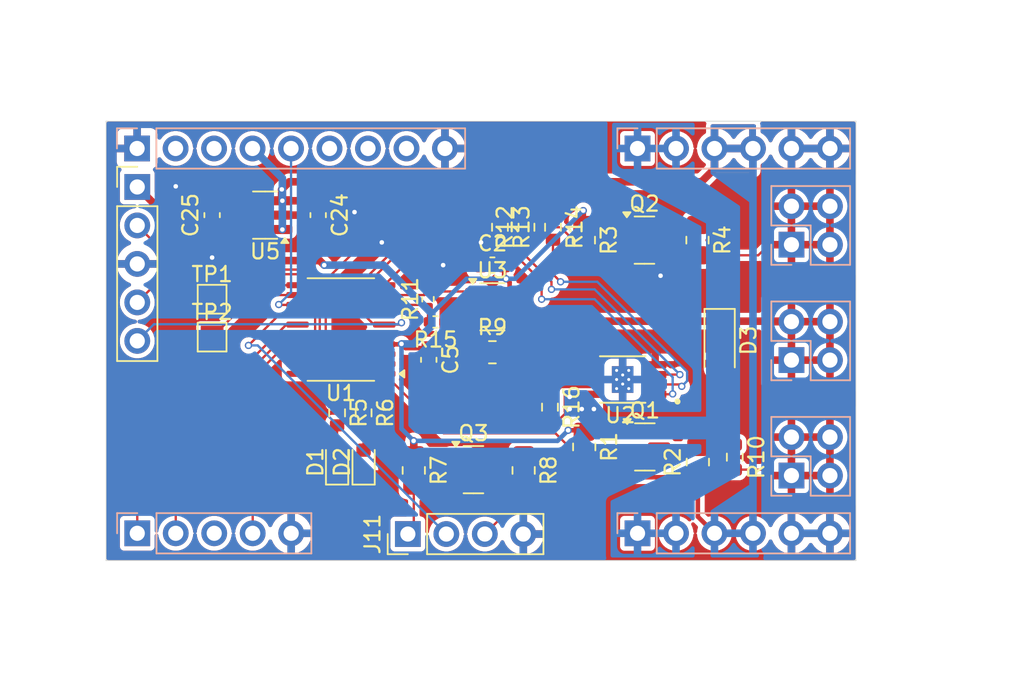
<source format=kicad_pcb>
(kicad_pcb (version 20240108) (generator "pcbnew") (generator_version "8.0")
  (title_block (title "xESC YardForce Rev.4 Adapter") (date "2024-06-02") (rev "1.0") (company "Clemens Elflein, openmower.de") (comment 1 "Creative Commons Attribution-NonCommercial-ShareAlike 4.0 International License.") (comment 2 "Licensed under"))
  (layers (0 "F.Cu" signal) (31 "B.Cu" signal) (34 "B.Paste" user) (35 "F.Paste" user) (36 "B.SilkS" user "B.Silkscreen") (37 "F.SilkS" user "F.Silkscreen") (38 "B.Mask" user) (39 "F.Mask" user) (44 "Edge.Cuts" user))
  (property "git_version" "WIP")
  (net 0 "")
  (net 1 "Net-(D2-A)")
  (net 2 "GND")
  (net 8 "/~{VMS_FAULT}{slash}NRST")
  (net 9 "/SHUTDOWN")
  (net 10 "/UART_RX")
  (net 12 "+3V3")
  (net 13 "+5V")
  (net 15 "/Level Shifter 1/SIGNAL_HV")
  (net 16 "/VMS")
  (net 17 "/SWDIO")
  (net 18 "/SWCLK")
  (net 19 "/UART_TX")
  (net 20 "/SA")
  (net 21 "/BRK")
  (net 22 "Net-(D1-A)")
  (net 23 "/SA_HV")
  (net 24 "/LED_GN")
  (net 25 "/LED_RD")
  (net 26 "/~{RS}")
  (net 27 "/VMC")
  (net 28 "/PROTO_GPIO")
  (net 29 "/PROTO_SIG_LV")
  (net 30 "/BRK_HV")
  (net 31 "VM")
  (net 32 "/CUR_SENSE")
  (net 33 "/PROTO_SIG_HV")
  (net 34 "Net-(U2-~{FAULT})")
  (net 35 "Net-(U2-IN)")
  (net 36 "Net-(U1-PA4)")
  (net 37 "Net-(U1-PA5)")
  (net 38 "/CUR_SENSE_2")
  (net 39 "/VMS_IN")
  (net 40 "/VMS_DIAG_EN")
  (net 41 "Net-(U2-DIAG_EN)")
  (footprint "Connector_PinHeader_2.54mm:PinHeader_1x05_P2.54mm_Vertical" (layer "F.Cu") (at 231.06 108.24)
    (property "Reference" "J3" (hide yes))
    (property "Value" "Conn_01x05_Male")
    (pad "1" thru_hole rect (at 0 0) (size 1.7 1.7) (drill 1) (layers "*.Cu" "*.Mask") (net 12 "+3V3"))
    (pad "2" thru_hole oval (at 0 2.54) (size 1.7 1.7) (drill 1) (layers "*.Cu" "*.Mask") (net 18 "/SWCLK"))
    (pad "3" thru_hole oval (at 0 5.08) (size 1.7 1.7) (drill 1) (layers "*.Cu" "*.Mask") (net 2 "GND"))
    (pad "4" thru_hole oval (at 0 7.62) (size 1.7 1.7) (drill 1) (layers "*.Cu" "*.Mask") (net 17 "/SWDIO"))
    (pad "5" thru_hole oval (at 0 10.16) (size 1.7 1.7) (drill 1) (layers "*.Cu" "*.Mask") (net 8 "/~{VMS_FAULT}{slash}NRST"))
  )
  (footprint "Resistor_SMD:R_0805_2012Metric_Pad1.20x1.40mm_HandSolder" (layer "F.Cu") (at 268.0625 126.4 90)
    (property "Reference" "R2" (at 0 -1.65 -90) (layer "F.SilkS"))
    (property "Value" "1k")
    (pad "1" smd roundrect (at -1 0 90) (size 1.2 1.4) (layers "F.Cu" "F.Paste" "F.Mask") (roundrect_rratio 0.208333) (net 13 "+5V"))
    (pad "2" smd roundrect (at 1 0 90) (size 1.2 1.4) (layers "F.Cu" "F.Paste" "F.Mask") (roundrect_rratio 0.208333) (net 15 "/Level Shifter 1/SIGNAL_HV"))
  )
  (footprint "Resistor_SMD:R_0603_1608Metric" (layer "F.Cu") (at 246 123.15 -90)
    (property "Reference" "R6" (at 0 -1.43 90) (layer "F.SilkS"))
    (property "Value" "1k")
    (pad "1" smd roundrect (at -0.825 0 270) (size 0.8 0.95) (layers "F.Cu" "F.Paste" "F.Mask") (net 25 "/LED_RD"))
    (pad "2" smd roundrect (at 0.825 0 270) (size 0.8 0.95) (layers "F.Cu" "F.Paste" "F.Mask") (net 1 "Net-(D2-A)"))
  )
  (footprint "Capacitor_SMD:C_0603_1608Metric" (layer "F.Cu") (at 250.3 119.65 -90)
    (property "Reference" "C5" (at 0 -1.43 90) (layer "F.SilkS"))
    (property "Value" ".1uF")
    (pad "1" smd roundrect (at -0.775 0 270) (size 0.9 0.95) (layers "F.Cu" "F.Paste" "F.Mask") (net 12 "+3V3"))
    (pad "2" smd roundrect (at 0.775 0 270) (size 0.9 0.95) (layers "F.Cu" "F.Paste" "F.Mask") (net 2 "GND"))
  )
  (footprint "TestPoint:TestPoint_Pad_1.5x1.5mm" (layer "F.Cu") (at 236 115.65)
    (property "Reference" "TP1" (at 0 -1.648 0) (layer "F.SilkS"))
    (property "Value" "UART2_TX")
    (pad "1" smd rect (at 0 0) (size 1.5 1.5) (layers "F.Cu" "F.Mask") (net 36 "Net-(U1-PA4)"))
  )
  (footprint "Resistor_SMD:R_0603_1608Metric" (layer "F.Cu") (at 256.75 110.9 90)
    (property "Reference" "R12" (at 0 -1.43 -90) (layer "F.SilkS"))
    (property "Value" "4k7")
    (pad "1" smd roundrect (at -0.825 0 90) (size 0.8 0.95) (layers "F.Cu" "F.Paste" "F.Mask") (net 34 "Net-(U2-~{FAULT})"))
    (pad "2" smd roundrect (at 0.825 0 90) (size 0.8 0.95) (layers "F.Cu" "F.Paste" "F.Mask") (net 8 "/~{VMS_FAULT}{slash}NRST"))
  )
  (footprint "Capacitor_SMD:C_0603_1608Metric" (layer "F.Cu") (at 254.5 113.4)
    (property "Reference" "C2" (at 0 -1.43 0) (layer "F.SilkS"))
    (property "Value" ".1uF")
    (pad "1" smd roundrect (at -0.775 0) (size 0.9 0.95) (layers "F.Cu" "F.Paste" "F.Mask") (net 2 "GND"))
    (pad "2" smd roundrect (at 0.775 0) (size 0.9 0.95) (layers "F.Cu" "F.Paste" "F.Mask") (net 12 "+3V3"))
  )
  (footprint "Resistor_SMD:R_0603_1608Metric" (layer "F.Cu") (at 258.5 110.9 -90)
    (property "Reference" "R14" (at 0 -1.43 90) (layer "F.SilkS"))
    (property "Value" "4k7")
    (pad "1" smd roundrect (at -0.825 0 270) (size 0.8 0.95) (layers "F.Cu" "F.Paste" "F.Mask") (net 40 "/VMS_DIAG_EN"))
    (pad "2" smd roundrect (at 0.825 0 270) (size 0.8 0.95) (layers "F.Cu" "F.Paste" "F.Mask") (net 41 "Net-(U2-DIAG_EN)"))
  )
  (footprint "Connector_PinHeader_2.54mm:PinHeader_1x04_P2.54mm_Vertical" (layer "F.Cu") (at 248.92 131.15 90)
    (property "Reference" "J11" (at 0 -2.33 -90) (layer "F.SilkS"))
    (property "Value" "Conn_01x04_Pin")
    (pad "1" thru_hole rect (at 0 0 90) (size 1.7 1.7) (drill 1) (layers "*.Cu" "*.Mask") (net 29 "/PROTO_SIG_LV"))
    (pad "2" thru_hole oval (at 0 2.54 90) (size 1.7 1.7) (drill 1) (layers "*.Cu" "*.Mask") (net 28 "/PROTO_GPIO"))
    (pad "3" thru_hole oval (at 0 5.08 90) (size 1.7 1.7) (drill 1) (layers "*.Cu" "*.Mask") (net 33 "/PROTO_SIG_HV"))
    (pad "4" thru_hole oval (at 0 7.62 90) (size 1.7 1.7) (drill 1) (layers "*.Cu" "*.Mask") (net 2 "GND"))
  )
  (footprint "Package_TO_SOT_SMD:SOT-23" (layer "F.Cu") (at 253.25 126.9)
    (property "Reference" "Q3" (at 0 -2.4 0) (layer "F.SilkS"))
    (property "Value" "BSS138")
    (pad "1" smd roundrect (at -0.9375 -0.95) (size 1.475 0.6) (layers "F.Cu" "F.Paste" "F.Mask") (net 12 "+3V3"))
    (pad "2" smd roundrect (at -0.9375 0.95) (size 1.475 0.6) (layers "F.Cu" "F.Paste" "F.Mask") (net 29 "/PROTO_SIG_LV"))
    (pad "3" smd roundrect (at 0.9375 0) (size 1.475 0.6) (layers "F.Cu" "F.Paste" "F.Mask") (net 33 "/PROTO_SIG_HV"))
  )
  (footprint "Resistor_SMD:R_0603_1608Metric" (layer "F.Cu") (at 270.5 126.075 -90)
    (property "Reference" "R10" (at 0 -1.43 90) (layer "F.SilkS"))
    (property "Value" "100")
    (pad "1" smd roundrect (at -0.825 0 270) (size 0.8 0.95) (layers "F.Cu" "F.Paste" "F.Mask") (net 15 "/Level Shifter 1/SIGNAL_HV"))
    (pad "2" smd roundrect (at 0.825 0 270) (size 0.8 0.95) (layers "F.Cu" "F.Paste" "F.Mask") (net 23 "/SA_HV"))
  )
  (footprint "LED_SMD:LED_0603_1608Metric" (layer "F.Cu") (at 246 126.4 90)
    (property "Reference" "D2" (at 0 -1.43 -90) (layer "F.SilkS"))
    (property "Value" "LED RED")
    (pad "1" smd roundrect (at -0.7875 0 90) (size 0.875 0.95) (layers "F.Cu" "F.Paste" "F.Mask") (net 2 "GND"))
    (pad "2" smd roundrect (at 0.7875 0 90) (size 0.875 0.95) (layers "F.Cu" "F.Paste" "F.Mask") (net 1 "Net-(D2-A)"))
  )
  (footprint "Resistor_SMD:R_0805_2012Metric_Pad1.20x1.40mm_HandSolder" (layer "F.Cu") (at 256.5625 126.95 -90)
    (property "Reference" "R8" (at 0 -1.65 90) (layer "F.SilkS"))
    (property "Value" "1k")
    (pad "1" smd roundrect (at -1 0 270) (size 1.2 1.4) (layers "F.Cu" "F.Paste" "F.Mask") (roundrect_rratio 0.208333) (net 13 "+5V"))
    (pad "2" smd roundrect (at 1 0 270) (size 1.2 1.4) (layers "F.Cu" "F.Paste" "F.Mask") (roundrect_rratio 0.208333) (net 33 "/PROTO_SIG_HV"))
  )
  (footprint "Resistor_SMD:R_0805_2012Metric_Pad1.20x1.40mm_HandSolder" (layer "F.Cu") (at 268.0375 111.75 -90)
    (property "Reference" "R4" (at 0 -1.65 90) (layer "F.SilkS"))
    (property "Value" "1k")
    (pad "1" smd roundrect (at -1 0 270) (size 1.2 1.4) (layers "F.Cu" "F.Paste" "F.Mask") (roundrect_rratio 0.208333) (net 13 "+5V"))
    (pad "2" smd roundrect (at 1 0 270) (size 1.2 1.4) (layers "F.Cu" "F.Paste" "F.Mask") (roundrect_rratio 0.208333) (net 30 "/BRK_HV"))
  )
  (footprint "Resistor_SMD:R_0603_1608Metric" (layer "F.Cu") (at 258.3 122.775 -90)
    (property "Reference" "R16" (at 0 -1.43 90) (layer "F.SilkS"))
    (property "Value" "15k")
    (pad "1" smd roundrect (at -0.825 0 270) (size 0.8 0.95) (layers "F.Cu" "F.Paste" "F.Mask") (net 16 "/VMS"))
    (pad "2" smd roundrect (at 0.825 0 270) (size 0.8 0.95) (layers "F.Cu" "F.Paste" "F.Mask") (net 31 "VM"))
  )
  (footprint "TestPoint:TestPoint_Pad_1.5x1.5mm" (layer "F.Cu") (at 236 118.15)
    (property "Reference" "TP2" (at 0 -1.648 0) (layer "F.SilkS"))
    (property "Value" "UART2_RX")
    (pad "1" smd rect (at 0 0) (size 1.5 1.5) (layers "F.Cu" "F.Mask") (net 37 "Net-(U1-PA5)"))
  )
  (footprint "Resistor_SMD:R_0805_2012Metric_Pad1.20x1.40mm_HandSolder" (layer "F.Cu") (at 260.5375 111.75 -90)
    (property "Reference" "R3" (at 0 -1.65 90) (layer "F.SilkS"))
    (property "Value" "1k")
    (pad "1" smd roundrect (at -1 0 270) (size 1.2 1.4) (layers "F.Cu" "F.Paste" "F.Mask") (roundrect_rratio 0.208333) (net 12 "+3V3"))
    (pad "2" smd roundrect (at 1 0 270) (size 1.2 1.4) (layers "F.Cu" "F.Paste" "F.Mask") (roundrect_rratio 0.208333) (net 21 "/BRK"))
  )
  (footprint "LED_SMD:LED_0603_1608Metric" (layer "F.Cu") (at 244.25 126.4 90)
    (property "Reference" "D1" (at 0 -1.43 -90) (layer "F.SilkS"))
    (property "Value" "LED GREEN")
    (pad "1" smd roundrect (at -0.7875 0 90) (size 0.875 0.95) (layers "F.Cu" "F.Paste" "F.Mask") (net 2 "GND"))
    (pad "2" smd roundrect (at 0.7875 0 90) (size 0.875 0.95) (layers "F.Cu" "F.Paste" "F.Mask") (net 22 "Net-(D1-A)"))
  )
  (footprint "Resistor_SMD:R_0402_1005Metric" (layer "F.Cu") (at 250.25 115.65 90)
    (property "Reference" "R11" (at 0 -1.17 90) (layer "F.SilkS"))
    (property "Value" "20k")
    (pad "1" smd roundrect (at -0.51 0 90) (size 0.54 0.64) (layers "F.Cu" "F.Paste" "F.Mask") (net 38 "/CUR_SENSE_2"))
    (pad "2" smd roundrect (at 0.51 0 90) (size 0.54 0.64) (layers "F.Cu" "F.Paste" "F.Mask") (net 32 "/CUR_SENSE"))
  )
  (footprint "Resistor_SMD:R_0805_2012Metric_Pad1.20x1.40mm_HandSolder" (layer "F.Cu") (at 249.3125 126.95 -90)
    (property "Reference" "R7" (at 0 -1.65 90) (layer "F.SilkS"))
    (property "Value" "1k")
    (pad "1" smd roundrect (at -1 0 270) (size 1.2 1.4) (layers "F.Cu" "F.Paste" "F.Mask") (roundrect_rratio 0.208333) (net 12 "+3V3"))
    (pad "2" smd roundrect (at 1 0 270) (size 1.2 1.4) (layers "F.Cu" "F.Paste" "F.Mask") (roundrect_rratio 0.208333) (net 29 "/PROTO_SIG_LV"))
  )
  (footprint "Resistor_SMD:R_0402_1005Metric" (layer "F.Cu") (at 250.75 117.15 180)
    (property "Reference" "R15" (at 0 -1.17 180) (layer "F.SilkS"))
    (property "Value" "20k")
    (pad "1" smd roundrect (at -0.51 0 180) (size 0.54 0.64) (layers "F.Cu" "F.Paste" "F.Mask") (net 2 "GND"))
    (pad "2" smd roundrect (at 0.51 0 180) (size 0.54 0.64) (layers "F.Cu" "F.Paste" "F.Mask") (net 38 "/CUR_SENSE_2"))
  )
  (footprint "Resistor_SMD:R_0603_1608Metric" (layer "F.Cu") (at 244.25 123.15 -90)
    (property "Reference" "R5" (at 0 -1.43 90) (layer "F.SilkS"))
    (property "Value" "1k")
    (pad "1" smd roundrect (at -0.825 0 270) (size 0.8 0.95) (layers "F.Cu" "F.Paste" "F.Mask") (net 24 "/LED_GN"))
    (pad "2" smd roundrect (at 0.825 0 270) (size 0.8 0.95) (layers "F.Cu" "F.Paste" "F.Mask") (net 22 "Net-(D1-A)"))
  )
  (footprint "Resistor_SMD:R_0805_2012Metric_Pad1.20x1.40mm_HandSolder" (layer "F.Cu") (at 260.5625 125.4 -90)
    (property "Reference" "R1" (at 0 -1.65 90) (layer "F.SilkS"))
    (property "Value" "1k")
    (pad "1" smd roundrect (at -1 0 270) (size 1.2 1.4) (layers "F.Cu" "F.Paste" "F.Mask") (roundrect_rratio 0.208333) (net 12 "+3V3"))
    (pad "2" smd roundrect (at 1 0 270) (size 1.2 1.4) (layers "F.Cu" "F.Paste" "F.Mask") (roundrect_rratio 0.208333) (net 20 "/SA"))
  )
  (footprint "Package_TO_SOT_SMD:SOT-23" (layer "F.Cu") (at 264.5375 111.75)
    (property "Reference" "Q2" (at 0 -2.4 0) (layer "F.SilkS"))
    (property "Value" "BSS138")
    (pad "1" smd roundrect (at -0.9375 -0.95) (size 1.475 0.6) (layers "F.Cu" "F.Paste" "F.Mask") (net 12 "+3V3"))
    (pad "2" smd roundrect (at -0.9375 0.95) (size 1.475 0.6) (layers "F.Cu" "F.Paste" "F.Mask") (net 21 "/BRK"))
    (pad "3" smd roundrect (at 0.9375 0) (size 1.475 0.6) (layers "F.Cu" "F.Paste" "F.Mask") (net 30 "/BRK_HV"))
  )
  (footprint "Resistor_SMD:R_0603_1608Metric" (layer "F.Cu") (at 255 110.9 -90)
    (property "Reference" "R13" (at 0 -1.43 90) (layer "F.SilkS"))
    (property "Value" "4k7")
    (pad "1" smd roundrect (at -0.825 0 270) (size 0.8 0.95) (layers "F.Cu" "F.Paste" "F.Mask") (net 39 "/VMS_IN"))
    (pad "2" smd roundrect (at 0.825 0 270) (size 0.8 0.95) (layers "F.Cu" "F.Paste" "F.Mask") (net 35 "Net-(U2-IN)"))
  )
  (footprint "Capacitor_SMD:C_0603_1608Metric" (layer "F.Cu") (at 243 110.1 -90)
    (property "Reference" "C24" (at 0 -1.43 90) (layer "F.SilkS"))
    (property "Value" "4.7uF/16V")
    (pad "1" smd roundrect (at -0.775 0 270) (size 0.9 0.95) (layers "F.Cu" "F.Paste" "F.Mask") (net 13 "+5V"))
    (pad "2" smd roundrect (at 0.775 0 270) (size 0.9 0.95) (layers "F.Cu" "F.Paste" "F.Mask") (net 2 "GND"))
  )
  (footprint "Capacitor_SMD:C_0603_1608Metric" (layer "F.Cu") (at 236 110.1 90)
    (property "Reference" "C25" (at 0 -1.43 -90) (layer "F.SilkS"))
    (property "Value" "4.7uF/16V")
    (pad "1" smd roundrect (at -0.775 0 90) (size 0.9 0.95) (layers "F.Cu" "F.Paste" "F.Mask") (net 12 "+3V3"))
    (pad "2" smd roundrect (at 0.775 0 90) (size 0.9 0.95) (layers "F.Cu" "F.Paste" "F.Mask") (net 2 "GND"))
  )
  (footprint "Package_TO_SOT_SMD:SOT-23" (layer "F.Cu") (at 264.5625 125.4)
    (property "Reference" "Q1" (at 0 -2.4 0) (layer "F.SilkS"))
    (property "Value" "BSS138")
    (pad "1" smd roundrect (at -0.9375 -0.95) (size 1.475 0.6) (layers "F.Cu" "F.Paste" "F.Mask") (net 12 "+3V3"))
    (pad "2" smd roundrect (at -0.9375 0.95) (size 1.475 0.6) (layers "F.Cu" "F.Paste" "F.Mask") (net 20 "/SA"))
    (pad "3" smd roundrect (at 0.9375 0) (size 1.475 0.6) (layers "F.Cu" "F.Paste" "F.Mask") (net 15 "/Level Shifter 1/SIGNAL_HV"))
  )
  (footprint "Resistor_SMD:R_0805_2012Metric_Pad1.20x1.40mm_HandSolder" (layer "F.Cu") (at 254.5 119.15)
    (property "Reference" "R9" (at 0 -1.65 0) (layer "F.SilkS"))
    (property "Value" "82mR")
    (pad "1" smd roundrect (at -1 0) (size 1.2 1.4) (layers "F.Cu" "F.Paste" "F.Mask") (roundrect_rratio 0.208333) (net 16 "/VMS"))
    (pad "2" smd roundrect (at 1 0) (size 1.2 1.4) (layers "F.Cu" "F.Paste" "F.Mask") (roundrect_rratio 0.208333) (net 27 "/VMC"))
  )
  (footprint "Diode_SMD:D_SOD-123F" (layer "F.Cu") (at 269.5 118.5 -90)
    (property "Reference" "D3" (at -0.127 -1.905 -90) (layer "F.SilkS"))
    (property "Value" "S2MW	")
    (pad "1" smd roundrect (at -1.4 0 270) (size 1.1 1.1) (layers "F.Cu" "F.Paste" "F.Mask") (roundrect_rratio 0.2272727273) (net 27 "/VMC"))
    (pad "2" smd roundrect (at 1.4 0 270) (size 1.1 1.1) (layers "F.Cu" "F.Paste" "F.Mask") (roundrect_rratio 0.2272727273) (net 2 "GND"))
  )
  (footprint "TPS1H200AQDGNRQ1.snapeda:SOP65P490X110-9N" (layer "F.Cu") (at 263.1 120.95 180)
    (property "Reference" "U2" (at 0.155 -2.362 180) (layer "F.SilkS"))
    (property "Value" "TPS1H200A-Q1")
    (pad "1" smd roundrect (at -2.15 -0.975 180) (size 1.47 0.48) (layers "F.Cu" "F.Paste" "F.Mask") (roundrect_rratio 0.125) (net 35 "Net-(U2-IN)"))
    (pad "2" smd roundrect (at -2.15 -0.325 180) (size 1.47 0.48) (layers "F.Cu" "F.Paste" "F.Mask") (roundrect_rratio 0.125) (net 41 "Net-(U2-DIAG_EN)"))
    (pad "3" smd roundrect (at -2.15 0.325 180) (size 1.47 0.48) (layers "F.Cu" "F.Paste" "F.Mask") (roundrect_rratio 0.125) (net 34 "Net-(U2-~{FAULT})"))
    (pad "4" smd roundrect (at -2.15 0.975 180) (size 1.47 0.48) (layers "F.Cu" "F.Paste" "F.Mask") (roundrect_rratio 0.125) (net 2 "GND"))
    (pad "5" smd roundrect (at 2.15 0.975 180) (size 1.47 0.48) (layers "F.Cu" "F.Paste" "F.Mask") (roundrect_rratio 0.125))
    (pad "6" smd roundrect (at 2.15 0.325 180) (size 1.47 0.48) (layers "F.Cu" "F.Paste" "F.Mask") (roundrect_rratio 0.125) (net 2 "GND"))
    (pad "7" smd roundrect (at 2.15 -0.325 180) (size 1.47 0.48) (layers "F.Cu" "F.Paste" "F.Mask") (roundrect_rratio 0.125) (net 16 "/VMS"))
    (pad "8" smd roundrect (at 2.15 -0.975 180) (size 1.47 0.48) (layers "F.Cu" "F.Paste" "F.Mask") (roundrect_rratio 0.125) (net 31 "VM"))
    (pad "9" thru_hole circle (at -0.4 -0.6 180) (size 0.3999 0.3999) (drill 0.2) (property pad_prop_heatsink) (layers "*.Cu") (net 2 "GND"))
    (pad "9" thru_hole circle (at -0.4 0 180) (size 0.3999 0.3999) (drill 0.2) (property pad_prop_heatsink) (layers "*.Cu") (net 2 "GND"))
    (pad "9" thru_hole circle (at -0.4 0.6 180) (size 0.3999 0.3999) (drill 0.2) (property pad_prop_heatsink) (layers "*.Cu") (net 2 "GND"))
    (pad "9" thru_hole circle (at 0 -0.3 180) (size 0.3999 0.3999) (drill 0.2) (property pad_prop_heatsink) (layers "*.Cu") (net 2 "GND"))
    (pad "9" smd rect (at 0 0 180) (size 1.425 1.76) (layers "F.Cu" "F.Mask") (net 2 "GND"))
    (pad "9" smd rect (at 0 0 180) (size 1.425 1.76) (property pad_prop_heatsink) (layers "B.Cu") (net 2 "GND"))
    (pad "9" thru_hole circle (at 0 0.3 180) (size 0.3999 0.3999) (drill 0.2) (property pad_prop_heatsink) (layers "*.Cu") (net 2 "GND"))
    (pad "9" thru_hole circle (at 0.4 -0.6 180) (size 0.3999 0.3999) (drill 0.2) (property pad_prop_heatsink) (layers "*.Cu") (net 2 "GND"))
    (pad "9" thru_hole circle (at 0.4 0 180) (size 0.3999 0.3999) (drill 0.2) (property pad_prop_heatsink) (layers "*.Cu") (net 2 "GND"))
    (pad "9" thru_hole circle (at 0.4 0.6 180) (size 0.3999 0.3999) (drill 0.2) (property pad_prop_heatsink) (layers "*.Cu") (net 2 "GND"))
  )
  (footprint "Package_SO:TSSOP-20_4.4x6.5mm_P0.65mm" (layer "F.Cu") (at 244.5 117.65 180)
    (property "Reference" "U1" (at 0 -4.2 180) (layer "F.SilkS"))
    (property "Value" "STM32C011F6Px")
    (pad "1" smd roundrect (at -2.8625 -2.925 180) (size 1.475 0.4) (layers "F.Cu" "F.Paste" "F.Mask") (net 20 "/SA"))
    (pad "2" smd roundrect (at -2.8625 -2.275 180) (size 1.475 0.4) (layers "F.Cu" "F.Paste" "F.Mask") (net 25 "/LED_RD"))
    (pad "3" smd roundrect (at -2.8625 -1.625 180) (size 1.475 0.4) (layers "F.Cu" "F.Paste" "F.Mask") (net 24 "/LED_GN"))
    (pad "4" smd roundrect (at -2.8625 -0.975 180) (size 1.475 0.4) (layers "F.Cu" "F.Paste" "F.Mask") (net 12 "+3V3"))
    (pad "5" smd roundrect (at -2.8625 -0.325 180) (size 1.475 0.4) (layers "F.Cu" "F.Paste" "F.Mask") (net 2 "GND"))
    (pad "6" smd roundrect (at -2.8625 0.325 180) (size 1.475 0.4) (layers "F.Cu" "F.Paste" "F.Mask") (net 8 "/~{VMS_FAULT}{slash}NRST"))
    (pad "7" smd roundrect (at -2.8625 0.975 180) (size 1.475 0.4) (layers "F.Cu" "F.Paste" "F.Mask") (net 39 "/VMS_IN"))
    (pad "8" smd roundrect (at -2.8625 1.625 180) (size 1.475 0.4) (layers "F.Cu" "F.Paste" "F.Mask") (net 38 "/CUR_SENSE_2"))
    (pad "9" smd roundrect (at -2.8625 2.275 180) (size 1.475 0.4) (layers "F.Cu" "F.Paste" "F.Mask") (net 32 "/CUR_SENSE"))
    (pad "10" smd roundrect (at -2.8625 2.925 180) (size 1.475 0.4) (layers "F.Cu" "F.Paste" "F.Mask") (net 21 "/BRK"))
    (pad "11" smd roundrect (at 2.8625 2.925 180) (size 1.475 0.4) (layers "F.Cu" "F.Paste" "F.Mask") (net 36 "Net-(U1-PA4)"))
    (pad "12" smd roundrect (at 2.8625 2.275 180) (size 1.475 0.4) (layers "F.Cu" "F.Paste" "F.Mask") (net 37 "Net-(U1-PA5)"))
    (pad "13" smd roundrect (at 2.8625 1.625 180) (size 1.475 0.4) (layers "F.Cu" "F.Paste" "F.Mask") (net 26 "/~{RS}"))
    (pad "14" smd roundrect (at 2.8625 0.975 180) (size 1.475 0.4) (layers "F.Cu" "F.Paste" "F.Mask") (net 28 "/PROTO_GPIO"))
    (pad "15" smd roundrect (at 2.8625 0.325 180) (size 1.475 0.4) (layers "F.Cu" "F.Paste" "F.Mask") (net 9 "/SHUTDOWN"))
    (pad "16" smd roundrect (at 2.8625 -0.325 180) (size 1.475 0.4) (layers "F.Cu" "F.Paste" "F.Mask") (net 19 "/UART_TX"))
    (pad "17" smd roundrect (at 2.8625 -0.975 180) (size 1.475 0.4) (layers "F.Cu" "F.Paste" "F.Mask") (net 10 "/UART_RX"))
    (pad "18" smd roundrect (at 2.8625 -1.625 180) (size 1.475 0.4) (layers "F.Cu" "F.Paste" "F.Mask") (net 17 "/SWDIO"))
    (pad "19" smd roundrect (at 2.8625 -2.275 180) (size 1.475 0.4) (layers "F.Cu" "F.Paste" "F.Mask") (net 18 "/SWCLK"))
    (pad "20" smd roundrect (at 2.8625 -2.925 180) (size 1.475 0.4) (layers "F.Cu" "F.Paste" "F.Mask") (net 40 "/VMS_DIAG_EN"))
  )
  (footprint "Package_TO_SOT_SMD:SOT-23-5" (layer "F.Cu") (at 239.5 110.1 180)
    (property "Reference" "U5" (at 0 -2.4 180) (layer "F.SilkS"))
    (property "Value" "XC6220B331MR")
    (pad "1" smd roundrect (at -1.1375 -0.95 180) (size 1.325 0.6) (layers "F.Cu" "F.Paste" "F.Mask") (net 13 "+5V"))
    (pad "2" smd roundrect (at -1.1375 0 180) (size 1.325 0.6) (layers "F.Cu" "F.Paste" "F.Mask") (net 2 "GND"))
    (pad "3" smd roundrect (at -1.1375 0.95 180) (size 1.325 0.6) (layers "F.Cu" "F.Paste" "F.Mask") (net 13 "+5V"))
    (pad "4" smd roundrect (at 1.1375 0.95 180) (size 1.325 0.6) (layers "F.Cu" "F.Paste" "F.Mask"))
    (pad "5" smd roundrect (at 1.1375 -0.95 180) (size 1.325 0.6) (layers "F.Cu" "F.Paste" "F.Mask") (net 12 "+3V3"))
  )
  (footprint "Package_TO_SOT_SMD:SOT-23-5" (layer "F.Cu") (at 254.5 116.15)
    (property "Reference" "U3" (at 0 -2.4 0) (layer "F.SilkS"))
    (property "Value" "INA139NA" (hide yes))
    (pad "1" smd roundrect (at -1.1375 -0.95) (size 1.325 0.6) (layers "F.Cu" "F.Paste" "F.Mask") (net 32 "/CUR_SENSE"))
    (pad "2" smd roundrect (at -1.1375 0) (size 1.325 0.6) (layers "F.Cu" "F.Paste" "F.Mask") (net 2 "GND"))
    (pad "3" smd roundrect (at -1.1375 0.95) (size 1.325 0.6) (layers "F.Cu" "F.Paste" "F.Mask") (net 16 "/VMS"))
    (pad "4" smd roundrect (at 1.1375 0.95) (size 1.325 0.6) (layers "F.Cu" "F.Paste" "F.Mask") (net 27 "/VMC"))
    (pad "5" smd roundrect (at 1.1375 -0.95) (size 1.325 0.6) (layers "F.Cu" "F.Paste" "F.Mask") (net 12 "+3V3"))
  )
  (footprint "Connector_PinHeader_2.54mm:PinHeader_1x05_P2.54mm_Vertical" (layer "B.Cu") (at 231.06 131.1 -90)
    (property "Reference" "J4" (hide yes))
    (property "Value" "Conn_01x05_Male")
    (pad "1" thru_hole rect (at 0 0 270) (size 1.7 1.7) (drill 1) (layers "*.Cu" "*.Mask") (net 9 "/SHUTDOWN"))
    (pad "2" thru_hole oval (at 0 -2.54 270) (size 1.7 1.7) (drill 1) (layers "*.Cu" "*.Mask") (net 19 "/UART_TX"))
    (pad "3" thru_hole oval (at 0 -5.08 270) (size 1.7 1.7) (drill 1) (layers "*.Cu" "*.Mask"))
    (pad "4" thru_hole oval (at 0 -7.62 270) (size 1.7 1.7) (drill 1) (layers "*.Cu" "*.Mask") (net 10 "/UART_RX"))
    (pad "5" thru_hole oval (at 0 -10.16 270) (size 1.7 1.7) (drill 1) (layers "*.Cu" "*.Mask") (net 2 "GND"))
  )
  (footprint "Connector_PinHeader_2.54mm:PinHeader_1x06_P2.54mm_Vertical" (layer "B.Cu") (at 264.08 105.7 -90)
    (property "Reference" "J7" (hide yes))
    (property "Value" "Conn_01x06_Male")
    (pad "1" thru_hole rect (at 0 0 270) (size 1.7 1.7) (drill 1) (layers "*.Cu" "*.Mask") (net 31 "VM"))
    (pad "2" thru_hole oval (at 0 -2.54 270) (size 1.7 1.7) (drill 1) (layers "*.Cu" "*.Mask") (net 31 "VM"))
    (pad "3" thru_hole oval (at 0 -5.08 270) (size 1.7 1.7) (drill 1) (layers "*.Cu" "*.Mask") (net 13 "+5V"))
    (pad "4" thru_hole oval (at 0 -7.62 270) (size 1.7 1.7) (drill 1) (layers "*.Cu" "*.Mask") (net 13 "+5V"))
    (pad "5" thru_hole oval (at 0 -10.16 270) (size 1.7 1.7) (drill 1) (layers "*.Cu" "*.Mask") (net 2 "GND"))
    (pad "6" thru_hole oval (at 0 -12.7 270) (size 1.7 1.7) (drill 1) (layers "*.Cu" "*.Mask") (net 2 "GND"))
  )
  (footprint "Connector_PinHeader_2.54mm:PinHeader_1x06_P2.54mm_Vertical" (layer "B.Cu") (at 264.08 131.1 -90)
    (property "Reference" "J8" (hide yes))
    (property "Value" "Conn_01x06_Pin")
    (pad "1" thru_hole rect (at 0 0 270) (size 1.7 1.7) (drill 1) (layers "*.Cu" "*.Mask") (net 31 "VM"))
    (pad "2" thru_hole oval (at 0 -2.54 270) (size 1.7 1.7) (drill 1) (layers "*.Cu" "*.Mask") (net 31 "VM"))
    (pad "3" thru_hole oval (at 0 -5.08 270) (size 1.7 1.7) (drill 1) (layers "*.Cu" "*.Mask") (net 13 "+5V"))
    (pad "4" thru_hole oval (at 0 -7.62 270) (size 1.7 1.7) (drill 1) (layers "*.Cu" "*.Mask") (net 13 "+5V"))
    (pad "5" thru_hole oval (at 0 -10.16 270) (size 1.7 1.7) (drill 1) (layers "*.Cu" "*.Mask") (net 2 "GND"))
    (pad "6" thru_hole oval (at 0 -12.7 270) (size 1.7 1.7) (drill 1) (layers "*.Cu" "*.Mask") (net 2 "GND"))
  )
  (footprint "Connector_PinHeader_2.54mm:PinHeader_2x02_P2.54mm_Vertical" (layer "B.Cu") (at 274.24 112.05)
    (property "Reference" "J10" (hide yes))
    (property "Value" "OM-MB W => MC BRK")
    (pad "1" thru_hole rect (at 0 0) (size 1.7 1.7) (drill 1) (layers "*.Cu" "*.Mask") (net 30 "/BRK_HV"))
    (pad "2" thru_hole oval (at 2.54 0) (size 1.7 1.7) (drill 1) (layers "*.Cu" "*.Mask") (net 30 "/BRK_HV"))
    (pad "3" thru_hole oval (at 0 -2.54) (size 1.7 1.7) (drill 1) (layers "*.Cu" "*.Mask") (net 30 "/BRK_HV"))
    (pad "4" thru_hole oval (at 2.54 -2.54) (size 1.7 1.7) (drill 1) (layers "*.Cu" "*.Mask") (net 30 "/BRK_HV"))
  )
  (footprint "Connector_PinHeader_2.54mm:PinHeader_2x02_P2.54mm_Vertical" (layer "B.Cu") (at 274.24 119.67)
    (property "Reference" "J9" (hide yes))
    (property "Value" "OM-MB V => MC +24V")
    (pad "1" thru_hole rect (at 0 0) (size 1.7 1.7) (drill 1) (layers "*.Cu" "*.Mask") (net 27 "/VMC"))
    (pad "2" thru_hole oval (at 2.54 0) (size 1.7 1.7) (drill 1) (layers "*.Cu" "*.Mask") (net 27 "/VMC"))
    (pad "3" thru_hole oval (at 0 -2.54) (size 1.7 1.7) (drill 1) (layers "*.Cu" "*.Mask") (net 27 "/VMC"))
    (pad "4" thru_hole oval (at 2.54 -2.54) (size 1.7 1.7) (drill 1) (layers "*.Cu" "*.Mask") (net 27 "/VMC"))
  )
  (footprint "Connector_PinHeader_2.54mm:PinHeader_2x02_P2.54mm_Vertical" (layer "B.Cu") (at 274.24 127.29)
    (property "Reference" "J6" (hide yes))
    (property "Value" "OM-MB U => MC SA")
    (pad "1" thru_hole rect (at 0 0) (size 1.7 1.7) (drill 1) (layers "*.Cu" "*.Mask") (net 23 "/SA_HV"))
    (pad "2" thru_hole oval (at 2.54 0) (size 1.7 1.7) (drill 1) (layers "*.Cu" "*.Mask") (net 23 "/SA_HV"))
    (pad "3" thru_hole oval (at 0 -2.54) (size 1.7 1.7) (drill 1) (layers "*.Cu" "*.Mask") (net 23 "/SA_HV"))
    (pad "4" thru_hole oval (at 2.54 -2.54) (size 1.7 1.7) (drill 1) (layers "*.Cu" "*.Mask") (net 23 "/SA_HV"))
  )
  (footprint "Connector_PinHeader_2.54mm:PinHeader_1x09_P2.54mm_Vertical" (layer "B.Cu") (at 231.05 105.7 -90)
    (property "Reference" "J1" (hide yes))
    (property "Value" "Conn_01x09_Male" (hide yes))
    (pad "1" thru_hole rect (at 0 0 270) (size 1.7 1.7) (drill 1) (layers "*.Cu" "*.Mask") (net 2 "GND"))
    (pad "2" thru_hole oval (at 0 -2.54 270) (size 1.7 1.7) (drill 1) (layers "*.Cu" "*.Mask"))
    (pad "3" thru_hole oval (at 0 -5.08 270) (size 1.7 1.7) (drill 1) (layers "*.Cu" "*.Mask"))
    (pad "4" thru_hole oval (at 0 -7.62 270) (size 1.7 1.7) (drill 1) (layers "*.Cu" "*.Mask") (net 13 "+5V"))
    (pad "5" thru_hole oval (at 0 -10.16 270) (size 1.7 1.7) (drill 1) (layers "*.Cu" "*.Mask") (net 26 "/~{RS}"))
    (pad "6" thru_hole oval (at 0 -12.7 270) (size 1.7 1.7) (drill 1) (layers "*.Cu" "*.Mask"))
    (pad "7" thru_hole oval (at 0 -15.24 270) (size 1.7 1.7) (drill 1) (layers "*.Cu" "*.Mask"))
    (pad "8" thru_hole oval (at 0 -17.78 270) (size 1.7 1.7) (drill 1) (layers "*.Cu" "*.Mask"))
    (pad "9" thru_hole oval (at 0 -20.32 270) (size 1.7 1.7) (drill 1) (layers "*.Cu" "*.Mask") (net 2 "GND"))
  )
  (gr_line (start 229 103.9) (end 278.5 103.9) (stroke (width 0.05)) (layer "Edge.Cuts"))
  (gr_line (start 278.5 103.9) (end 278.5 132.9) (stroke (width 0.05)) (layer "Edge.Cuts"))
  (gr_line (start 229 132.9) (end 229 103.9) (stroke (width 0.05)) (layer "Edge.Cuts"))
  (gr_line (start 278.5 132.9) (end 229 132.9) (stroke (width 0.05)) (layer "Edge.Cuts"))
  (segment (start 246 123.975) (end 246 125.6125) (width 0.1525) (layer "F.Cu") (net 1))
  (segment (start 260.95 120.625) (end 258.3 120.625) (width 0.4975) (layer "F.Cu") (net 2))
  (via (at 265.6 114.1) (size 0.48) (drill 0.3) (layers "F.Cu" "B.Cu") (net 2))
  (via (at 251.25 113.4) (size 0.48) (drill 0.3) (layers "F.Cu" "B.Cu") (net 2))
  (via (at 253.75 111.9) (size 0.48) (drill 0.3) (layers "F.Cu" "B.Cu") (net 2))
  (via (at 236 112.9) (size 0.48) (drill 0.3) (layers "F.Cu" "B.Cu") (net 2))
  (via (at 233.6 108.2) (size 0.48) (drill 0.3) (layers "F.Cu" "B.Cu") (net 2))
  (via (at 247.2 111.9) (size 0.48) (drill 0.3) (layers "F.Cu" "B.Cu") (net 2))
  (via (at 245.4 109.9) (size 0.48) (drill 0.3) (layers "F.Cu" "B.Cu") (net 2))
  (segment (start 245.75 114.65) (end 245.75 116.4) (width 0.1525) (layer "F.Cu") (net 8))
  (segment (start 246.675 117.325) (end 247.3625 117.325) (width 0.1525) (layer "F.Cu") (net 8))
  (segment (start 245.75 116.4) (end 246.675 117.325) (width 0.1525) (layer "F.Cu") (net 8))
  (segment (start 250.95375 109.44625) (end 245.75 114.65) (width 0.1525) (layer "F.Cu") (net 8))
  (segment (start 248.5 117.2) (end 248.375 117.325) (width 0.1525) (layer "F.Cu") (net 8))
  (segment (start 256.75 110.075) (end 256.12125 109.44625) (width 0.1525) (layer "F.Cu") (net 8))
  (segment (start 256.12125 109.44625) (end 250.95375 109.44625) (width 0.1525) (layer "F.Cu") (net 8))
  (segment (start 248.375 117.325) (end 247.3625 117.325) (width 0.1525) (layer "F.Cu") (net 8))
  (via (at 248.5 117.2) (size 0.48) (drill 0.3) (layers "F.Cu" "B.Cu") (net 8))
  (segment (start 248.4 117.3) (end 232.16 117.3) (width 0.1525) (layer "B.Cu") (net 8))
  (segment (start 232.16 117.3) (end 231.06 118.4) (width 0.1525) (layer "B.Cu") (net 8))
  (segment (start 248.5 117.2) (end 248.4 117.3) (width 0.1525) (layer "B.Cu") (net 8))
  (segment (start 241.6375 117.325) (end 240.900001 117.325) (width 0.1525) (layer "F.Cu") (net 9))
  (segment (start 240.900001 117.325) (end 231.06 127.165001) (width 0.1525) (layer "F.Cu") (net 9))
  (segment (start 231.06 127.165001) (end 231.06 131.1) (width 0.1525) (layer "F.Cu") (net 9))
  (segment (start 238.68 120.845001) (end 238.68 131.1) (width 0.1525) (layer "F.Cu") (net 10))
  (segment (start 240.900001 118.625) (end 238.68 120.845001) (width 0.1525) (layer "F.Cu") (net 10))
  (segment (start 241.6375 118.625) (end 240.900001 118.625) (width 0.1525) (layer "F.Cu") (net 10))
  (segment (start 255.4 114.3) (end 255.6375 114.5375) (width 0.3) (layer "F.Cu") (net 12))
  (segment (start 247.3625 118.625) (end 248.475 118.625) (width 0.3) (layer "F.Cu") (net 12))
  (segment (start 263.6 110.8) (end 260.5875 110.8) (width 0.3) (layer "F.Cu") (net 12))
  (segment (start 255.4 114.3) (end 255.275 114.175) (width 0.3) (layer "F.Cu") (net 12))
  (segment (start 259.5 124.3) (end 260.4625 124.3) (width 0.3) (layer "F.Cu") (net 12))
  (segment (start 243.4 113.4) (end 243.1 113.1) (width 0.5) (layer "F.Cu") (net 12))
  (segment (start 243.1 113.1) (end 239.5 113.1) (width 0.5) (layer "F.Cu") (net 12))
  (segment (start 260.5375 109.8375) (end 260.5 109.8) (width 0.3) (layer "F.Cu") (net 12))
  (segment (start 260.5375 110.75) (end 260.5375 109.8375) (width 0.3) (layer "F.Cu") (net 12))
  (segment (start 248.475 118.625) (end 248.5 118.6) (width 0.3) (layer "F.Cu") (net 12))
  (segment (start 248.775 118.875) (end 250.3 118.875) (width 0.3) (layer "F.Cu") (net 12))
  (segment (start 239.5 113.1) (end 238.3625 111.9625) (width 0.5) (layer "F.Cu") (net 12))
  (segment (start 249.3125 125.95) (end 252.3125 125.95) (width 0.5) (layer "F.Cu") (net 12))
  (segment (start 255.275 114.175) (end 255.275 113.4) (width 0.3) (layer "F.Cu") (net 12))
  (segment (start 238.3625 111.9625) (end 238.3625 111.05) (width 0.5) (layer "F.Cu") (net 12))
  (segment (start 248.5 118.6) (end 248.775 118.875) (width 0.3) (layer "F.Cu") (net 12))
  (segment (start 260.5625 124.4) (end 263.575 124.4) (width 0.5) (layer "F.Cu") (net 12))
  (segment (start 236 110.875) (end 233.695 110.875) (width 0.5) (layer "F.Cu") (net 12))
  (segment (start 233.695 110.875) (end 231.06 108.24) (width 0.5) (layer "F.Cu") (net 12))
  (segment (start 255.6375 114.5375) (end 255.6375 115.2) (width 0.3) (layer "F.Cu") (net 12))
  (segment (start 249.3125 125.0125) (end 249.3 125) (width 0.5) (layer "F.Cu") (net 12))
  (segment (start 249.3125 125.95) (end 249.3125 125.0125) (width 0.5) (layer "F.Cu") (net 12))
  (segment (start 236.175 111.05) (end 238.3625 111.05) (width 0.5) (layer "F.Cu") (net 12))
  (via (at 255.4 114.3) (size 0.48) (drill 0.3) (layers "F.Cu" "B.Cu") (net 12))
  (via (at 249.3 125) (size 0.48) (drill 0.3) (layers "F.Cu" "B.Cu") (net 12))
  (via (at 243.4 113.4) (size 0.48) (drill 0.3) (layers "F.Cu" "B.Cu") (net 12))
  (via (at 248.5 118.6) (size 0.48) (drill 0.3) (layers "F.Cu" "B.Cu") (net 12))
  (via (at 260.5 109.8) (size 0.48) (drill 0.3) (layers "F.Cu" "B.Cu") (net 12))
  (via (at 259.5 124.3) (size 0.48) (drill 0.3) (layers "F.Cu" "B.Cu") (net 12))
  (segment (start 258.8 125) (end 259.5 124.3) (width 0.3) (layer "B.Cu") (net 12))
  (segment (start 255.4 114.3) (end 252.8 114.3) (width 0.3) (layer "B.Cu") (net 12))
  (segment (start 247.3 113.4) (end 250.5 116.6) (width 0.5) (layer "B.Cu") (net 12))
  (segment (start 250.5 116.6) (end 250.5 117.4) (width 0.5) (layer "B.Cu") (net 12))
  (segment (start 260.5 109.8) (end 256 114.3) (width 0.3) (layer "B.Cu") (net 12))
  (segment (start 250.5 117.4) (end 249.3 118.6) (width 0.5) (layer "B.Cu") (net 12))
  (segment (start 256 114.3) (end 255.4 114.3) (width 0.3) (layer "B.Cu") (net 12))
  (segment (start 248.5 124.2) (end 249.3 125) (width 0.3) (layer "B.Cu") (net 12))
  (segment (start 252.8 114.3) (end 250.5 116.6) (width 0.3) (layer "B.Cu") (net 12))
  (segment (start 249.3 118.6) (end 248.5 118.6) (width 0.5) (layer "B.Cu") (net 12))
  (segment (start 248.5 118.6) (end 248.5 124.2) (width 0.3) (layer "B.Cu") (net 12))
  (segment (start 243.4 113.4) (end 247.3 113.4) (width 0.5) (layer "B.Cu") (net 12))
  (segment (start 249.3 125) (end 258.8 125) (width 0.3) (layer "B.Cu") (net 12))
  (segment (start 241.1 107.9) (end 268.1 107.9) (width 0.5) (layer "F.Cu") (net 13))
  (segment (start 268.1 107.9) (end 268.3 107.9) (width 0.5) (layer "F.Cu") (net 13))
  (segment (start 240.6 108.4) (end 241.1 107.9) (width 0.5) (layer "F.Cu") (net 13))
  (segment (start 240.5875 109.1) (end 240.5875 108.4125) (width 0.5) (layer "F.Cu") (net 13))
  (segment (start 240.6375 109.15) (end 242.825 109.15) (width 0.5) (layer "F.Cu") (net 13))
  (segment (start 268.0625 130.0025) (end 269.16 131.1) (width 0.3) (layer "F.Cu") (net 13))
  (segment (start 268.0625 127.4) (end 268.0625 130.0025) (width 0.3) (layer "F.Cu") (net 13))
  (segment (start 258.0125 127.4) (end 268.0625 127.4) (width 0.3) (layer "F.Cu") (net 13))
  (segment (start 240.6375 108.4375) (end 240.6 108.4) (width 0.5) (layer "F.Cu") (net 13))
  (segment (start 269.16 107.04) (end 269.16 105.7) (width 0.5) (layer "F.Cu") (net 13))
  (segment (start 268.0375 110.75) (end 268.0375 107.9625) (width 0.3) (layer "F.Cu") (net 13))
  (segment (start 268.0375 107.9625) (end 268.1 107.9) (width 0.3) (layer "F.Cu") (net 13))
  (segment (start 256.5625 125.95) (end 258.0125 127.4) (width 0.3) (layer "F.Cu") (net 13))
  (segment (start 268.3 107.9) (end 269.16 107.04) (width 0.5) (layer "F.Cu") (net 13))
  (segment (start 240.5875 108.4125) (end 240.6 108.4) (width 0.5) (layer "F.Cu") (net 13))
  (segment (start 240.6375 109.15) (end 240.6375 108.4375) (width 0.5) (layer "F.Cu") (net 13))
  (via (at 240.6375 111.05) (size 0.48) (drill 0.3) (layers "F.Cu" "B.Cu") (net 13))
  (via (at 240.6375 109.15) (size 0.48) (drill 0.3) (layers "F.Cu" "B.Cu") (net 13))
  (via (at 240.6 108.4) (size 0.48) (drill 0.3) (layers "F.Cu" "B.Cu") (net 13))
  (segment (start 240.6375 107.6675) (end 238.67 105.7) (width 0.5) (layer "B.Cu") (net 13))
  (segment (start 271.7 105.7) (end 271.7 131.1) (width 0.5) (layer "B.Cu") (net 13))
  (segment (start 240.6375 109.15) (end 240.6375 107.6675) (width 0.5) (layer "B.Cu") (net 13))
  (segment (start 240.6375 109.15) (end 240.6375 111.05) (width 0.5) (layer "B.Cu") (net 13))
  (segment (start 268.0625 125.4) (end 270.35 125.4) (width 0.1525) (layer "F.Cu") (net 15))
  (segment (start 265.5 125.4) (end 268.0625 125.4) (width 0.1525) (layer "F.Cu") (net 15))
  (segment (start 258.3 121.95) (end 255.35 121.95) (width 0.5) (layer "F.Cu") (net 16))
  (segment (start 253.3625 118.7625) (end 253.3625 117.1) (width 0.1525) (layer "F.Cu") (net 16))
  (segment (start 255.35 121.95) (end 253.5 120.1) (width 0.5) (layer "F.Cu") (net 16))
  (segment (start 253.5 120.1) (end 253.5 119.15) (width 0.5) (layer "F.Cu") (net 16))
  (segment (start 258.975 121.275) (end 260.95 121.275) (width 0.4975) (layer "F.Cu") (net 16))
  (segment (start 258.3 121.95) (end 258.975 121.275) (width 0.4975) (layer "F.Cu") (net 16))
  (segment (start 242.8 114.4) (end 242.4 114) (width 0.1525) (layer "F.Cu") (net 17))
  (segment (start 242.374999 119.275) (end 242.8 118.849999) (width 0.1525) (layer "F.Cu") (net 17))
  (segment (start 242.4 114) (end 232.92 114) (width 0.1525) (layer "F.Cu") (net 17))
  (segment (start 242.8 118.849999) (end 242.8 114.4) (width 0.1525) (layer "F.Cu") (net 17))
  (segment (start 232.92 114) (end 231.06 115.86) (width 0.1525) (layer "F.Cu") (net 17))
  (segment (start 241.6375 119.275) (end 242.374999 119.275) (width 0.1525) (layer "F.Cu") (net 17))
  (segment (start 243.105 114.273664) (end 242.526336 113.695) (width 0.1525) (layer "F.Cu") (net 18))
  (segment (start 238.595 113.695) (end 236.7 111.8) (width 0.1525) (layer "F.Cu") (net 18))
  (segment (start 242.526336 113.695) (end 238.595 113.695) (width 0.1525) (layer "F.Cu") (net 18))
  (segment (start 232.08 111.8) (end 231.06 110.78) (width 0.1525) (layer "F.Cu") (net 18))
  (segment (start 236.7 111.8) (end 232.08 111.8) (width 0.1525) (layer "F.Cu") (net 18))
  (segment (start 243.105 119.012694) (end 243.105 114.273664) (width 0.1525) (layer "F.Cu") (net 18))
  (segment (start 242.192694 119.925) (end 243.105 119.012694) (width 0.1525) (layer "F.Cu") (net 18))
  (segment (start 241.6375 117.975) (end 240.900001 117.975) (width 0.1525) (layer "F.Cu") (net 19))
  (segment (start 233.6 125.275001) (end 233.6 131.1) (width 0.1525) (layer "F.Cu") (net 19))
  (segment (start 240.900001 117.975) (end 233.6 125.275001) (width 0.1525) (layer "F.Cu") (net 19))
  (segment (start 260.5625 126.4) (end 258.6625 124.5) (width 0.1525) (layer "F.Cu") (net 20))
  (segment (start 258.6625 124.5) (end 251.2875 124.5) (width 0.1525) (layer "F.Cu") (net 20))
  (segment (start 251.2875 124.5) (end 247.3625 120.575) (width 0.1525) (layer "F.Cu") (net 20))
  (segment (start 261.1125 126.35) (end 263.625 126.35) (width 0.1525) (layer "F.Cu") (net 20))
  (segment (start 247.3625 114.725) (end 251.1875 110.9) (width 0.1525) (layer "F.Cu") (net 21))
  (segment (start 263.6 112.7) (end 260.5875 112.7) (width 0.1525) (layer "F.Cu") (net 21))
  (segment (start 251.1875 110.9) (end 259 110.9) (width 0.1525) (layer "F.Cu") (net 21))
  (segment (start 259 110.9) (end 260.5375 112.4375) (width 0.1525) (layer "F.Cu") (net 21))
  (segment (start 244.25 123.975) (end 244.25 125.6125) (width 0.1525) (layer "F.Cu") (net 22))
  (segment (start 270.5 126.9) (end 272.7 126.9) (width 0.1525) (layer "F.Cu") (net 23))
  (segment (start 244.25 121.650001) (end 244.25 122.325) (width 0.1525) (layer "F.Cu") (net 24))
  (segment (start 246.625001 119.275) (end 244.25 121.650001) (width 0.1525) (layer "F.Cu") (net 24))
  (segment (start 247.3625 119.275) (end 246.625001 119.275) (width 0.1525) (layer "F.Cu") (net 24))
  (segment (start 246 120.550001) (end 246 122.325) (width 0.1525) (layer "F.Cu") (net 25))
  (segment (start 247.3625 119.925) (end 246.625001 119.925) (width 0.1525) (layer "F.Cu") (net 25))
  (segment (start 246.625001 119.925) (end 246 120.550001) (width 0.1525) (layer "F.Cu") (net 25))
  (segment (start 240.425 116.025) (end 240.4 116) (width 0.1525) (layer "F.Cu") (net 26))
  (segment (start 241.6375 116.025) (end 240.425 116.025) (width 0.1525) (layer "F.Cu") (net 26))
  (via (at 240.4 116) (size 0.48) (drill 0.3) (layers "F.Cu" "B.Cu") (net 26))
  (segment (start 241.21 115.19) (end 241.21 105.7) (width 0.1525) (layer "B.Cu") (net 26))
  (segment (start 240.4 116) (end 241.21 115.19) (width 0.1525) (layer "B.Cu") (net 26))
  (segment (start 255.6375 118.7625) (end 255.6375 117.1) (width 0.1525) (layer "F.Cu") (net 27))
  (segment (start 255.5 119.15) (end 258.15 119.15) (width 0.5) (layer "F.Cu") (net 27))
  (segment (start 260.2 117.1) (end 269.15 117.1) (width 0.5) (layer "F.Cu") (net 27))
  (segment (start 269.5 117.1) (end 274.21 117.1) (width 0.5) (layer "F.Cu") (net 27))
  (segment (start 269.15 117.1) (end 269.45 116.8) (width 0.5) (layer "F.Cu") (net 27))
  (segment (start 258.15 119.15) (end 260.2 117.1) (width 0.5) (layer "F.Cu") (net 27))
  (segment (start 238.4 118.7) (end 240.425 116.675) (width 0.1525) (layer "F.Cu") (net 28))
  (segment (start 240.425 116.675) (end 241.6375 116.675) (width 0.1525) (layer "F.Cu") (net 28))
  (via (at 238.4 118.7) (size 0.48) (drill 0.3) (layers "F.Cu" "B.Cu") (net 28))
  (segment (start 238.4 118.7) (end 239.01 118.7) (width 0.1525) (layer "B.Cu") (net 28))
  (segment (start 239.01 118.7) (end 251.46 131.15) (width 0.1525) (layer "B.Cu") (net 28))
  (segment (start 249.3125 127.95) (end 249.3125 130.7575) (width 0.1525) (layer "F.Cu") (net 29))
  (segment (start 252.3125 127.85) (end 249.4125 127.85) (width 0.1525) (layer "F.Cu") (net 29))
  (segment (start 266.85 111.75) (end 265.475 111.75) (width 0.1525) (layer "F.Cu") (net 30))
  (segment (start 267.85 112.75) (end 266.85 111.75) (width 0.1525) (layer "F.Cu") (net 30))
  (segment (start 268.0375 112.75) (end 272.05 112.75) (width 0.1525) (layer "F.Cu") (net 30))
  (segment (start 272.05 112.75) (end 272.6 112.2) (width 0.1525) (layer "F.Cu") (net 30))
  (segment (start 258.9 123.6) (end 259.6 122.9) (width 0.1525) (layer "F.Cu") (net 31))
  (segment (start 258.3 123.6) (end 258.9 123.6) (width 0.1525) (layer "F.Cu") (net 31))
  (via (at 259.6 122.1) (size 0.48) (drill 0.3) (layers "F.Cu" "B.Cu") (net 31))
  (via (at 261.2 122.9) (size 0.48) (drill 0.3) (layers "F.Cu" "B.Cu") (net 31))
  (via (at 259.6 122.9) (size 0.48) (drill 0.3) (layers "F.Cu" "B.Cu") (net 31))
  (via (at 260.4 122.9) (size 0.48) (drill 0.3) (layers "F.Cu" "B.Cu") (net 31))
  (segment (start 247.3625 115.375) (end 250.015 115.375) (width 0.1525) (layer "F.Cu") (net 32))
  (segment (start 250.015 115.375) (end 250.25 115.14) (width 0.1525) (layer "F.Cu") (net 32))
  (segment (start 250.25 115.14) (end 253.3025 115.14) (width 0.1525) (layer "F.Cu") (net 32))
  (segment (start 255.2375 127.95) (end 254.1875 126.9) (width 0.1525) (layer "F.Cu") (net 33))
  (segment (start 254 131.15) (end 255.2375 129.9125) (width 0.1525) (layer "F.Cu") (net 33))
  (segment (start 256.5625 127.95) (end 255.2375 127.95) (width 0.1525) (layer "F.Cu") (net 33))
  (segment (start 255.2375 129.9125) (end 255.2375 127.95) (width 0.1525) (layer "F.Cu") (net 33))
  (segment (start 258.4 114.5) (end 256.75 112.85) (width 0.1525) (layer "F.Cu") (net 34))
  (segment (start 256.75 112.85) (end 256.75 111.725) (width 0.1525) (layer "F.Cu") (net 34))
  (segment (start 265.25 120.625) (end 266.875 120.625) (width 0.1525) (layer "F.Cu") (net 34))
  (segment (start 258.4 115) (end 258.4 114.5) (width 0.1525) (layer "F.Cu") (net 34))
  (via (at 258.4 115) (size 0.48) (drill 0.3) (layers "F.Cu" "B.Cu") (net 34))
  (via (at 266.875 120.625) (size 0.48) (drill 0.3) (layers "F.Cu" "B.Cu") (net 34))
  (segment (start 258.4 115) (end 261.25 115) (width 0.1525) (layer "B.Cu") (net 34))
  (segment (start 261.25 115) (end 266.875 120.625) (width 0.1525) (layer "B.Cu") (net 34))
  (segment (start 257.75 115.65) (end 257.75 114.475) (width 0.1525) (layer "F.Cu") (net 35))
  (segment (start 257.75 114.475) (end 255 111.725) (width 0.1525) (layer "F.Cu") (net 35))
  (segment (start 266.375 121.925) (end 266.4 121.9) (width 0.1525) (layer "F.Cu") (net 35))
  (segment (start 265.25 121.925) (end 266.375 121.925) (width 0.1525) (layer "F.Cu") (net 35))
  (via (at 257.75 115.65) (size 0.48) (drill 0.3) (layers "F.Cu" "B.Cu") (net 35))
  (via (at 266.4 121.9) (size 0.48) (drill 0.3) (layers "F.Cu" "B.Cu") (net 35))
  (segment (start 266.4 120.8) (end 266.4 121.9) (width 0.1525) (layer "B.Cu") (net 35))
  (segment (start 261.25 115.65) (end 266.4 120.8) (width 0.1525) (layer "B.Cu") (net 35))
  (segment (start 257.75 115.65) (end 261.25 115.65) (width 0.1525) (layer "B.Cu") (net 35))
  (segment (start 241.6375 114.725) (end 236.925 114.725) (width 0.1525) (layer "F.Cu") (net 36))
  (segment (start 236.925 114.725) (end 236 115.65) (width 0.1525) (layer "F.Cu") (net 36))
  (segment (start 238.775 115.375) (end 236 118.15) (width 0.1525) (layer "F.Cu") (net 37))
  (segment (start 241.6375 115.375) (end 238.775 115.375) (width 0.1525) (layer "F.Cu") (net 37))
  (segment (start 247.3625 116.025) (end 250.115 116.025) (width 0.1525) (layer "F.Cu") (net 38))
  (segment (start 250.25 116.16) (end 250.25 117.14) (width 0.1525) (layer "F.Cu") (net 38))
  (segment (start 250.807306 110.075) (end 246.25 114.632306) (width 0.1525) (layer "F.Cu") (net 39))
  (segment (start 246.525 116.675) (end 247.3625 116.675) (width 0.1525) (layer "F.Cu") (net 39))
  (segment (start 255 110.075) (end 250.807306 110.075) (width 0.1525) (layer "F.Cu") (net 39))
  (segment (start 246.25 116.4) (end 246.525 116.675) (width 0.1525) (layer "F.Cu") (net 39))
  (segment (start 246.25 114.632306) (end 246.25 116.4) (width 0.1525) (layer "F.Cu") (net 39))
  (segment (start 243.5 119.449999) (end 242.374999 120.575) (width 0.1525) (layer "F.Cu") (net 40))
  (segment (start 258.5 110.075) (end 257.56625 109.14125) (width 0.1525) (layer "F.Cu") (net 40))
  (segment (start 248.75875 109.14125) (end 243.5 114.4) (width 0.1525) (layer "F.Cu") (net 40))
  (segment (start 242.374999 120.575) (end 241.6375 120.575) (width 0.1525) (layer "F.Cu") (net 40))
  (segment (start 243.5 114.4) (end 243.5 119.449999) (width 0.1525) (layer "F.Cu") (net 40))
  (segment (start 257.56625 109.14125) (end 248.75875 109.14125) (width 0.1525) (layer "F.Cu") (net 40))
  (segment (start 258.5 114) (end 258.5 111.725) (width 0.1525) (layer "F.Cu") (net 41))
  (segment (start 259 114.5) (end 258.5 114) (width 0.1525) (layer "F.Cu") (net 41))
  (segment (start 266.875 121.275) (end 267 121.4) (width 0.1525) (layer "F.Cu") (net 41))
  (segment (start 265.25 121.275) (end 266.875 121.275) (width 0.1525) (layer "F.Cu") (net 41))
  (via (at 267 121.4) (size 0.48) (drill 0.3) (layers "F.Cu" "B.Cu") (net 41))
  (via (at 259 114.5) (size 0.48) (drill 0.3) (layers "F.Cu" "B.Cu") (net 41))
  (segment (start 267.35125 120.42773) (end 267.35125 121.04875) (width 0.1525) (layer "B.Cu") (net 41))
  (segment (start 267.35125 121.04875) (end 267 121.4) (width 0.1525) (layer "B.Cu") (net 41))
  (segment (start 259 114.5) (end 261.42352 114.5) (width 0.1525) (layer "B.Cu") (net 41))
  (segment (start 261.42352 114.5) (end 267.35125 120.42773) (width 0.1525) (layer "B.Cu") (net 41))
  (zone (net 30) (net_name "/BRK_HV") (layer "F.Cu") (name "VM-Controller") (priority 9) (connect_pads (clearance 0)) (min_thickness 0.25) (fill yes (thermal_gap 0.5) (thermal_bridge_width 0.5))
    (polygon (pts (xy 272.6 107.8) (xy 278.3 107.8) (xy 278.3 113.7) (xy 272.6 113.7)))
  )
  (zone (net 31) (net_name "VM") (layer "F.Cu") (name "VM") (priority 3) (connect_pads (clearance 0)) (min_thickness 0.25) (fill yes (thermal_gap 0.3) (thermal_bridge_width 0.5) (smoothing fillet))
    (polygon (pts (xy 259.2 121.7) (xy 259.2 123.2) (xy 261.5 123.2) (xy 261.5 121.7)))
  )
  (zone (net 23) (net_name "/SA_HV") (layer "F.Cu") (name "VM-Controller") (priority 6) (connect_pads (clearance 0)) (min_thickness 0.25) (fill yes (thermal_gap 0.5) (thermal_bridge_width 0.5))
    (polygon (pts (xy 272.6 123.1) (xy 272.6 128.9) (xy 278.3 128.9) (xy 278.3 123.1)))
  )
  (zone (net 27) (net_name "/VMC") (layer "F.Cu") (name "VM-Controller") (priority 2) (connect_pads (clearance 0)) (min_thickness 0.25) (fill yes (thermal_gap 0.5) (thermal_bridge_width 0.5) (smoothing fillet))
    (polygon (pts (xy 272.55 115.45) (xy 278.3 115.45) (xy 278.3 121.35) (xy 272.55 121.35)))
  )
  (zone (net 13) (net_name "+5V") (layers "F&B.Cu") (name "+5V") (priority 8) (connect_pads (clearance 0)) (min_thickness 0.25) (fill yes (thermal_gap 0.5) (thermal_bridge_width 0.5))
    (polygon (pts (xy 268.9 104.1) (xy 271.9 104.1) (xy 271.9 107.3) (xy 268.9 107.3)))
  )
  (zone (net 2) (net_name "GND") (layers "F&B.Cu") (connect_pads (clearance 0.3)) (min_thickness 0.25) (fill yes (thermal_gap 0.5) (thermal_bridge_width 0.5))
    (polygon (pts (xy 222 99.8) (xy 222 140.4) (xy 289.6 139.3) (xy 288.1 95.9)))
  )
  (zone (net 13) (net_name "+5V") (layer "B.Cu") (name "+5V") (priority 10) (connect_pads (clearance 0)) (min_thickness 0.25) (fill yes (thermal_gap 0.5) (thermal_bridge_width 0.5))
    (polygon (pts (xy 268.8 107.3) (xy 271.8 109.5) (xy 271.8 107.3)))
  )
  (zone (net 31) (net_name "VM") (layer "B.Cu") (name "VM") (priority 3) (connect_pads (clearance 0)) (min_thickness 0.25) (fill yes (thermal_gap 0.3) (thermal_bridge_width 0.5) (smoothing fillet))
    (polygon (pts (xy 259.25 121.65) (xy 260.75 121.65) (xy 262.25 123.4) (xy 270 123.4) (xy 270 124.9) (xy 261.25 124.9) (xy 260 123.4) (xy 259.25 123.4)))
  )
  (zone (net 13) (net_name "+5V") (layer "B.Cu") (name "+5V") (priority 8) (connect_pads (clearance 0)) (min_thickness 0.25) (fill yes (thermal_gap 0.5) (thermal_bridge_width 0.5))
    (polygon (pts (xy 268.9 129.6) (xy 268.9 132.7) (xy 272.1 132.7) (xy 272.1 129.6)))
  )
  (zone (net 31) (net_name "VM") (layer "B.Cu") (name "VM") (priority 3) (connect_pads (clearance 0)) (min_thickness 0.25) (fill yes (thermal_gap 0.5) (thermal_bridge_width 0.5))
    (polygon (pts (xy 262.4 104) (xy 267.85 104) (xy 267.85 107.5) (xy 270.85 109.5) (xy 270.85 127.25) (xy 267.85 128.95) (xy 267.85 132.7) (xy 262.3 132.7) (xy 262.3 128.95) (xy 268.6 126) (xy 268.6 110.65) (xy 262.4 107.35)))
  )
  (zone (net 13) (net_name "+5V") (layer "B.Cu") (name "+5V") (priority 7) (connect_pads (clearance 0)) (min_thickness 0.25) (fill yes (thermal_gap 0.5) (thermal_bridge_width 0.5))
    (polygon (pts (xy 268.9 129.6) (xy 271.6 127.8) (xy 271.6 129.6)))
  )
)
</source>
